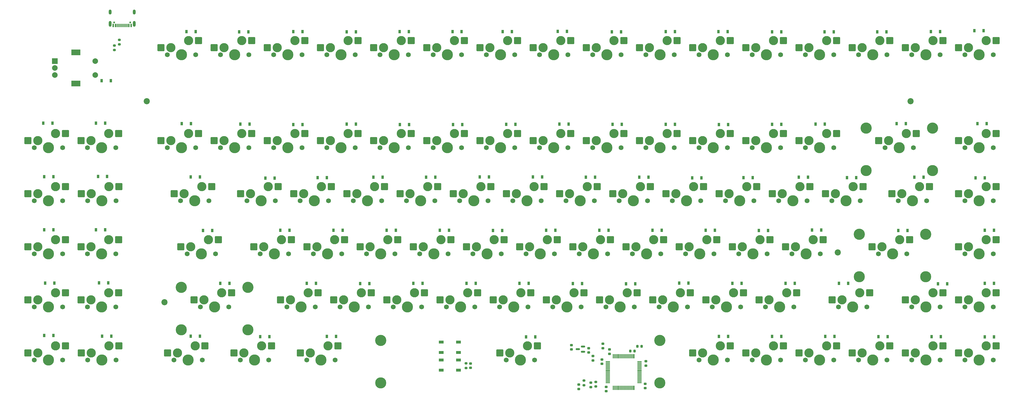
<source format=gbr>
%TF.GenerationSoftware,KiCad,Pcbnew,(6.0.11)*%
%TF.CreationDate,2023-03-27T15:54:23+07:00*%
%TF.ProjectId,Extero75,45787465-726f-4373-952e-6b696361645f,rev?*%
%TF.SameCoordinates,PX28c3da5PYc3ffc7f*%
%TF.FileFunction,Soldermask,Bot*%
%TF.FilePolarity,Negative*%
%FSLAX46Y46*%
G04 Gerber Fmt 4.6, Leading zero omitted, Abs format (unit mm)*
G04 Created by KiCad (PCBNEW (6.0.11)) date 2023-03-27 15:54:23*
%MOMM*%
%LPD*%
G01*
G04 APERTURE LIST*
G04 Aperture macros list*
%AMRoundRect*
0 Rectangle with rounded corners*
0 $1 Rounding radius*
0 $2 $3 $4 $5 $6 $7 $8 $9 X,Y pos of 4 corners*
0 Add a 4 corners polygon primitive as box body*
4,1,4,$2,$3,$4,$5,$6,$7,$8,$9,$2,$3,0*
0 Add four circle primitives for the rounded corners*
1,1,$1+$1,$2,$3*
1,1,$1+$1,$4,$5*
1,1,$1+$1,$6,$7*
1,1,$1+$1,$8,$9*
0 Add four rect primitives between the rounded corners*
20,1,$1+$1,$2,$3,$4,$5,0*
20,1,$1+$1,$4,$5,$6,$7,0*
20,1,$1+$1,$6,$7,$8,$9,0*
20,1,$1+$1,$8,$9,$2,$3,0*%
G04 Aperture macros list end*
%ADD10C,4.000000*%
%ADD11C,3.987800*%
%ADD12C,2.200000*%
%ADD13R,2.000000X2.000000*%
%ADD14C,2.000000*%
%ADD15R,3.200000X2.000000*%
%ADD16C,1.750000*%
%ADD17C,3.300000*%
%ADD18RoundRect,0.250000X1.025000X1.000000X-1.025000X1.000000X-1.025000X-1.000000X1.025000X-1.000000X0*%
%ADD19R,0.900000X1.200000*%
%ADD20RoundRect,0.225000X-0.250000X0.225000X-0.250000X-0.225000X0.250000X-0.225000X0.250000X0.225000X0*%
%ADD21RoundRect,0.225000X0.250000X-0.225000X0.250000X0.225000X-0.250000X0.225000X-0.250000X-0.225000X0*%
%ADD22RoundRect,0.200000X-0.275000X0.200000X-0.275000X-0.200000X0.275000X-0.200000X0.275000X0.200000X0*%
%ADD23C,0.650000*%
%ADD24R,0.600000X1.150000*%
%ADD25R,0.300000X1.150000*%
%ADD26O,1.000000X1.800000*%
%ADD27O,1.000000X2.100000*%
%ADD28RoundRect,0.225000X0.225000X0.250000X-0.225000X0.250000X-0.225000X-0.250000X0.225000X-0.250000X0*%
%ADD29R,1.800000X1.100000*%
%ADD30RoundRect,0.150000X0.587500X0.150000X-0.587500X0.150000X-0.587500X-0.150000X0.587500X-0.150000X0*%
%ADD31RoundRect,0.075000X-0.075000X0.700000X-0.075000X-0.700000X0.075000X-0.700000X0.075000X0.700000X0*%
%ADD32RoundRect,0.075000X-0.700000X0.075000X-0.700000X-0.075000X0.700000X-0.075000X0.700000X0.075000X0*%
%ADD33RoundRect,0.200000X0.275000X-0.200000X0.275000X0.200000X-0.275000X0.200000X-0.275000X-0.200000X0*%
G04 APERTURE END LIST*
D10*
%TO.C,BackspaceStab1*%
X325680997Y100659999D03*
D11*
X325680997Y85419999D03*
D10*
X301868497Y100659999D03*
D11*
X301868497Y85419999D03*
%TD*%
D12*
%TO.C,H3*%
X50514747Y38159999D03*
%TD*%
%TO.C,H2*%
X44224747Y110339999D03*
%TD*%
D13*
%TO.C,SW3*%
X11249747Y124749999D03*
D14*
X11249747Y119749999D03*
X11249747Y122249999D03*
D15*
X18749747Y127849999D03*
X18749747Y116649999D03*
D14*
X25749747Y119749999D03*
X25749747Y124749999D03*
%TD*%
D10*
%TO.C,SpacebarStab1*%
X228030997Y24459999D03*
X128018497Y24459999D03*
D11*
X228030997Y9219999D03*
X128018497Y9219999D03*
%TD*%
D10*
%TO.C,ShiftStab1*%
X56580997Y43509999D03*
X80393497Y43509999D03*
D11*
X80393497Y28269999D03*
X56580997Y28269999D03*
%TD*%
D10*
%TO.C,EnterStab1*%
X323280997Y62559999D03*
X299468497Y62559999D03*
D11*
X299468497Y47319999D03*
X323280997Y47319999D03*
%TD*%
D12*
%TO.C,H4*%
X291764747Y56059999D03*
%TD*%
%TO.C,H1*%
X317804747Y110339999D03*
%TD*%
D11*
%TO.C,Num3*%
X113749747Y93674999D03*
D16*
X118829747Y93674999D03*
X108669747Y93674999D03*
D17*
X109939747Y96214999D03*
D18*
X106389747Y96214999D03*
D17*
X116289747Y98754999D03*
D18*
X119839747Y98754999D03*
%TD*%
D16*
%TO.C,FNKEY1*%
X271229747Y17474999D03*
X261069747Y17474999D03*
D11*
X266149747Y17474999D03*
D18*
X258789747Y20014999D03*
D17*
X262339747Y20014999D03*
D18*
X272239747Y22554999D03*
D17*
X268689747Y22554999D03*
%TD*%
D16*
%TO.C,F2*%
X89619747Y127012499D03*
D11*
X94699747Y127012499D03*
D16*
X99779747Y127012499D03*
D17*
X90889747Y129552499D03*
D18*
X87339747Y129552499D03*
D17*
X97239747Y132092499D03*
D18*
X100789747Y132092499D03*
%TD*%
D16*
%TO.C,F5*%
X146769747Y127012499D03*
X156929747Y127012499D03*
D11*
X151849747Y127012499D03*
D17*
X148039747Y129552499D03*
D18*
X144489747Y129552499D03*
X157939747Y132092499D03*
D17*
X154389747Y132092499D03*
%TD*%
D11*
%TO.C,G1*%
X166137247Y55574999D03*
D16*
X161057247Y55574999D03*
X171217247Y55574999D03*
D17*
X162327247Y58114999D03*
D18*
X158777247Y58114999D03*
X172227247Y60654999D03*
D17*
X168677247Y60654999D03*
%TD*%
D19*
%TO.C,D7*%
X25999747Y102424999D03*
X29299747Y102424999D03*
%TD*%
D16*
%TO.C,EXTRA6*%
X22944747Y93674999D03*
D11*
X28024747Y93674999D03*
D16*
X33104747Y93674999D03*
D17*
X24214747Y96214999D03*
D18*
X20664747Y96214999D03*
D17*
X30564747Y98754999D03*
D18*
X34114747Y98754999D03*
%TD*%
D19*
%TO.C,D93*%
X344449747Y44974999D03*
X347749747Y44974999D03*
%TD*%
D11*
%TO.C,L1*%
X242337247Y55574999D03*
D16*
X237257247Y55574999D03*
X247417247Y55574999D03*
D17*
X238527247Y58114999D03*
D18*
X234977247Y58114999D03*
X248427247Y60654999D03*
D17*
X244877247Y60654999D03*
%TD*%
D19*
%TO.C,D61*%
X230099747Y102024999D03*
X233399747Y102024999D03*
%TD*%
%TO.C,D5*%
X7399747Y26224999D03*
X10699747Y26224999D03*
%TD*%
D11*
%TO.C,Num7*%
X189949747Y93674999D03*
D16*
X195029747Y93674999D03*
X184869747Y93674999D03*
D17*
X186139747Y96214999D03*
D18*
X182589747Y96214999D03*
D17*
X192489747Y98754999D03*
D18*
X196039747Y98754999D03*
%TD*%
D16*
%TO.C,MinusSign1*%
X261069747Y93674999D03*
X271229747Y93674999D03*
D11*
X266149747Y93674999D03*
D17*
X262339747Y96214999D03*
D18*
X258789747Y96214999D03*
D17*
X268689747Y98754999D03*
D18*
X272239747Y98754999D03*
%TD*%
D20*
%TO.C,C13*%
X204074747Y18854999D03*
X204074747Y17304999D03*
%TD*%
D19*
%TO.C,D55*%
X210799747Y135224999D03*
X214099747Y135224999D03*
%TD*%
D16*
%TO.C,EXTRA8*%
X22944747Y55574999D03*
D11*
X28024747Y55574999D03*
D16*
X33104747Y55574999D03*
D18*
X20664747Y58114999D03*
D17*
X24214747Y58114999D03*
D18*
X34114747Y60654999D03*
D17*
X30564747Y60654999D03*
%TD*%
D20*
%TO.C,C14*%
X209974747Y21234999D03*
X209974747Y19684999D03*
%TD*%
D16*
%TO.C,K1*%
X228367247Y55574999D03*
X218207247Y55574999D03*
D11*
X223287247Y55574999D03*
D17*
X219477247Y58114999D03*
D18*
X215927247Y58114999D03*
X229377247Y60654999D03*
D17*
X225827247Y60654999D03*
%TD*%
D21*
%TO.C,C4*%
X222994747Y15444999D03*
X222994747Y16994999D03*
%TD*%
D16*
%TO.C,EXTRA9*%
X22944747Y36524999D03*
X33104747Y36524999D03*
D11*
X28024747Y36524999D03*
D18*
X20664747Y39064999D03*
D17*
X24214747Y39064999D03*
D18*
X34114747Y41604999D03*
D17*
X30564747Y41604999D03*
%TD*%
D16*
%TO.C,I1*%
X213444747Y74624999D03*
X223604747Y74624999D03*
D11*
X218524747Y74624999D03*
D17*
X214714747Y77164999D03*
D18*
X211164747Y77164999D03*
D17*
X221064747Y79704999D03*
D18*
X224614747Y79704999D03*
%TD*%
D19*
%TO.C,D56*%
X211099747Y102024999D03*
X214399747Y102024999D03*
%TD*%
%TO.C,D36*%
X139649747Y44924999D03*
X142949747Y44924999D03*
%TD*%
D11*
%TO.C,WINDOWSKEY1*%
X82774747Y17474999D03*
D16*
X87854747Y17474999D03*
X77694747Y17474999D03*
D17*
X78964747Y20014999D03*
D18*
X75414747Y20014999D03*
D17*
X85314747Y22554999D03*
D18*
X88864747Y22554999D03*
%TD*%
D20*
%TO.C,C11*%
X203274747Y9294999D03*
X203274747Y7744999D03*
%TD*%
D19*
%TO.C,D9*%
X25999747Y64224999D03*
X29299747Y64224999D03*
%TD*%
%TO.C,D64*%
X244399747Y63974999D03*
X247699747Y63974999D03*
%TD*%
%TO.C,D15*%
X59899747Y83124999D03*
X63199747Y83124999D03*
%TD*%
D11*
%TO.C,Num8*%
X208999747Y93674999D03*
D16*
X214079747Y93674999D03*
X203919747Y93674999D03*
D17*
X205189747Y96214999D03*
D18*
X201639747Y96214999D03*
D17*
X211539747Y98754999D03*
D18*
X215089747Y98754999D03*
%TD*%
D16*
%TO.C,E1*%
X118194747Y74624999D03*
X128354747Y74624999D03*
D11*
X123274747Y74624999D03*
D17*
X119464747Y77164999D03*
D18*
X115914747Y77164999D03*
D17*
X125814747Y79704999D03*
D18*
X129364747Y79704999D03*
%TD*%
D16*
%TO.C,Num2*%
X99779747Y93674999D03*
D11*
X94699747Y93674999D03*
D16*
X89619747Y93674999D03*
D18*
X87339747Y96214999D03*
D17*
X90889747Y96214999D03*
D18*
X100789747Y98754999D03*
D17*
X97239747Y98754999D03*
%TD*%
D19*
%TO.C,D30*%
X115799747Y102124999D03*
X119099747Y102124999D03*
%TD*%
D22*
%TO.C,R5*%
X34349747Y132349999D03*
X34349747Y130699999D03*
%TD*%
D19*
%TO.C,D39*%
X153699747Y135324999D03*
X156999747Y135324999D03*
%TD*%
D11*
%TO.C,Q1*%
X85174747Y74624999D03*
D16*
X90254747Y74624999D03*
X80094747Y74624999D03*
D18*
X77814747Y77164999D03*
D17*
X81364747Y77164999D03*
X87714747Y79704999D03*
D18*
X91264747Y79704999D03*
%TD*%
D21*
%TO.C,C1*%
X160184747Y14654999D03*
X160184747Y16204999D03*
%TD*%
D16*
%TO.C,Jkey1*%
X209317247Y55574999D03*
D11*
X204237247Y55574999D03*
D16*
X199157247Y55574999D03*
D17*
X200427247Y58114999D03*
D18*
X196877247Y58114999D03*
X210327247Y60654999D03*
D17*
X206777247Y60654999D03*
%TD*%
D16*
%TO.C,EXTRA5*%
X14054747Y17474999D03*
D11*
X8974747Y17474999D03*
D16*
X3894747Y17474999D03*
D18*
X1614747Y20014999D03*
D17*
X5164747Y20014999D03*
D18*
X15064747Y22554999D03*
D17*
X11514747Y22554999D03*
%TD*%
D19*
%TO.C,D12*%
X58399747Y135324999D03*
X61699747Y135324999D03*
%TD*%
%TO.C,D10*%
X27099747Y45124999D03*
X30399747Y45124999D03*
%TD*%
D16*
%TO.C,U2*%
X194394747Y74624999D03*
X204554747Y74624999D03*
D11*
X199474747Y74624999D03*
D17*
X195664747Y77164999D03*
D18*
X192114747Y77164999D03*
X205564747Y79704999D03*
D17*
X202014747Y79704999D03*
%TD*%
D19*
%TO.C,D33*%
X130149747Y63974999D03*
X133449747Y63974999D03*
%TD*%
D23*
%TO.C,J1*%
X32484747Y138614999D03*
X38264747Y138614999D03*
D24*
X32174747Y137539999D03*
X32974747Y137539999D03*
D25*
X34124747Y137539999D03*
X35124747Y137539999D03*
X35624747Y137539999D03*
X36624747Y137539999D03*
D24*
X37774747Y137539999D03*
X38574747Y137539999D03*
X38574747Y137539999D03*
X37774747Y137539999D03*
D25*
X37124747Y137539999D03*
X36124747Y137539999D03*
X34624747Y137539999D03*
X33624747Y137539999D03*
D24*
X32974747Y137539999D03*
X32174747Y137539999D03*
D26*
X39694747Y142294999D03*
D27*
X39694747Y138114999D03*
X31054747Y138114999D03*
D26*
X31054747Y142294999D03*
%TD*%
D16*
%TO.C,T1*%
X166454747Y74624999D03*
D11*
X161374747Y74624999D03*
D16*
X156294747Y74624999D03*
D18*
X154014747Y77164999D03*
D17*
X157564747Y77164999D03*
X163914747Y79704999D03*
D18*
X167464747Y79704999D03*
%TD*%
D19*
%TO.C,D35*%
X134899747Y101924999D03*
X138199747Y101924999D03*
%TD*%
D16*
%TO.C,ESC1*%
X61679747Y127012499D03*
X51519747Y127012499D03*
D11*
X56599747Y127012499D03*
D17*
X52789747Y129552499D03*
D18*
X49239747Y129552499D03*
D17*
X59139747Y132092499D03*
D18*
X62689747Y132092499D03*
%TD*%
D11*
%TO.C,F4*%
X132799747Y127012499D03*
D16*
X137879747Y127012499D03*
X127719747Y127012499D03*
D17*
X128989747Y129552499D03*
D18*
X125439747Y129552499D03*
D17*
X135339747Y132092499D03*
D18*
X138889747Y132092499D03*
%TD*%
D19*
%TO.C,D41*%
X158699747Y44924999D03*
X161999747Y44924999D03*
%TD*%
D20*
%TO.C,C2*%
X207584747Y23264999D03*
X207584747Y21714999D03*
%TD*%
D19*
%TO.C,D34*%
X134799747Y135324999D03*
X138099747Y135324999D03*
%TD*%
D16*
%TO.C,EXTRA3*%
X3894747Y55574999D03*
X14054747Y55574999D03*
D11*
X8974747Y55574999D03*
D17*
X5164747Y58114999D03*
D18*
X1614747Y58114999D03*
D17*
X11514747Y60654999D03*
D18*
X15064747Y60654999D03*
%TD*%
D16*
%TO.C,PRTSC1*%
X318219747Y127012499D03*
X328379747Y127012499D03*
D11*
X323299747Y127012499D03*
D17*
X319489747Y129552499D03*
D18*
X315939747Y129552499D03*
D17*
X325839747Y132092499D03*
D18*
X329389747Y132092499D03*
%TD*%
D11*
%TO.C,F6*%
X170899747Y127012499D03*
D16*
X165819747Y127012499D03*
X175979747Y127012499D03*
D17*
X167089747Y129552499D03*
D18*
X163539747Y129552499D03*
X176989747Y132092499D03*
D17*
X173439747Y132092499D03*
%TD*%
D16*
%TO.C,Num1*%
X80729747Y93674999D03*
D11*
X75649747Y93674999D03*
D16*
X70569747Y93674999D03*
D18*
X68289747Y96214999D03*
D17*
X71839747Y96214999D03*
X78189747Y98754999D03*
D18*
X81739747Y98754999D03*
%TD*%
D16*
%TO.C,F8*%
X214079747Y127012499D03*
X203919747Y127012499D03*
D11*
X208999747Y127012499D03*
D18*
X201639747Y129552499D03*
D17*
X205189747Y129552499D03*
D18*
X215089747Y132092499D03*
D17*
X211539747Y132092499D03*
%TD*%
D16*
%TO.C,RIGHTALT1*%
X242019747Y17474999D03*
X252179747Y17474999D03*
D11*
X247099747Y17474999D03*
D18*
X239739747Y20014999D03*
D17*
X243289747Y20014999D03*
X249639747Y22554999D03*
D18*
X253189747Y22554999D03*
%TD*%
D19*
%TO.C,D79*%
X287299747Y25874999D03*
X290599747Y25874999D03*
%TD*%
D11*
%TO.C,EqualSign1*%
X285199747Y93674999D03*
D16*
X280119747Y93674999D03*
X290279747Y93674999D03*
D17*
X281389747Y96214999D03*
D18*
X277839747Y96214999D03*
D17*
X287739747Y98754999D03*
D18*
X291289747Y98754999D03*
%TD*%
D21*
%TO.C,C9*%
X222784747Y7364999D03*
X222784747Y8914999D03*
%TD*%
D22*
%TO.C,R6*%
X200824747Y10054999D03*
X200824747Y8404999D03*
%TD*%
D19*
%TO.C,D90*%
X341799747Y102324999D03*
X345099747Y102324999D03*
%TD*%
D11*
%TO.C,M1*%
X213762247Y36524999D03*
D16*
X208682247Y36524999D03*
X218842247Y36524999D03*
D17*
X209952247Y39064999D03*
D18*
X206402247Y39064999D03*
D17*
X216302247Y41604999D03*
D18*
X219852247Y41604999D03*
%TD*%
D19*
%TO.C,D48*%
X182499747Y83124999D03*
X185799747Y83124999D03*
%TD*%
%TO.C,D63*%
X239599747Y82824999D03*
X242899747Y82824999D03*
%TD*%
%TO.C,D25*%
X101499747Y44924999D03*
X104799747Y44924999D03*
%TD*%
%TO.C,D53*%
X201499747Y83024999D03*
X204799747Y83024999D03*
%TD*%
%TO.C,D14*%
X59899747Y26024999D03*
X63199747Y26024999D03*
%TD*%
D11*
%TO.C,Dkey1*%
X128037247Y55574999D03*
D16*
X122957247Y55574999D03*
X133117247Y55574999D03*
D17*
X124227247Y58114999D03*
D18*
X120677247Y58114999D03*
X134127247Y60654999D03*
D17*
X130577247Y60654999D03*
%TD*%
D19*
%TO.C,D50*%
X191399747Y135424999D03*
X194699747Y135424999D03*
%TD*%
%TO.C,D47*%
X180099747Y25774999D03*
X183399747Y25774999D03*
%TD*%
%TO.C,D6*%
X31299747Y117724999D03*
X27999747Y117724999D03*
%TD*%
D16*
%TO.C,F7*%
X195029747Y127012499D03*
X184869747Y127012499D03*
D11*
X189949747Y127012499D03*
D18*
X182589747Y129552499D03*
D17*
X186139747Y129552499D03*
X192489747Y132092499D03*
D18*
X196039747Y132092499D03*
%TD*%
D19*
%TO.C,D45*%
X172999747Y102024999D03*
X176299747Y102024999D03*
%TD*%
D11*
%TO.C,A1*%
X89937247Y55574999D03*
D16*
X95017247Y55574999D03*
X84857247Y55574999D03*
D17*
X86127247Y58114999D03*
D18*
X82577247Y58114999D03*
D17*
X92477247Y60654999D03*
D18*
X96027247Y60654999D03*
%TD*%
D16*
%TO.C,O1*%
X232494747Y74624999D03*
X242654747Y74624999D03*
D11*
X237574747Y74624999D03*
D17*
X233764747Y77164999D03*
D18*
X230214747Y77164999D03*
X243664747Y79704999D03*
D17*
X240114747Y79704999D03*
%TD*%
D16*
%TO.C,LEFTCTRL1*%
X64042247Y17474999D03*
X53882247Y17474999D03*
D11*
X58962247Y17474999D03*
D18*
X51602247Y20014999D03*
D17*
X55152247Y20014999D03*
D18*
X65052247Y22554999D03*
D17*
X61502247Y22554999D03*
%TD*%
D19*
%TO.C,D28*%
X111049747Y64024999D03*
X114349747Y64024999D03*
%TD*%
D21*
%TO.C,C5*%
X196334747Y21274999D03*
X196334747Y22824999D03*
%TD*%
D19*
%TO.C,D26*%
X105399747Y82924999D03*
X108699747Y82924999D03*
%TD*%
%TO.C,D42*%
X163499747Y83124999D03*
X166799747Y83124999D03*
%TD*%
%TO.C,D62*%
X234899747Y45024999D03*
X238199747Y45024999D03*
%TD*%
D16*
%TO.C,SPACEBAR1*%
X183104747Y17474999D03*
X172944747Y17474999D03*
D11*
X178024747Y17474999D03*
D18*
X170664747Y20014999D03*
D17*
X174214747Y20014999D03*
X180564747Y22554999D03*
D18*
X184114747Y22554999D03*
%TD*%
D19*
%TO.C,D94*%
X340699747Y135624999D03*
X343999747Y135624999D03*
%TD*%
%TO.C,D83*%
X306349747Y25824999D03*
X309649747Y25824999D03*
%TD*%
D11*
%TO.C,P1*%
X256624747Y74624999D03*
D16*
X261704747Y74624999D03*
X251544747Y74624999D03*
D17*
X252814747Y77164999D03*
D18*
X249264747Y77164999D03*
X262714747Y79704999D03*
D17*
X259164747Y79704999D03*
%TD*%
D16*
%TO.C,Quote1*%
X275357247Y55574999D03*
X285517247Y55574999D03*
D11*
X280437247Y55574999D03*
D17*
X276627247Y58114999D03*
D18*
X273077247Y58114999D03*
D17*
X282977247Y60654999D03*
D18*
X286527247Y60654999D03*
%TD*%
D16*
%TO.C,Fkey1*%
X142007247Y55574999D03*
D11*
X147087247Y55574999D03*
D16*
X152167247Y55574999D03*
D18*
X139727247Y58114999D03*
D17*
X143277247Y58114999D03*
D18*
X153177247Y60654999D03*
D17*
X149627247Y60654999D03*
%TD*%
D11*
%TO.C,RIGHTCONTROL1*%
X285199747Y17474999D03*
D16*
X290279747Y17474999D03*
X280119747Y17474999D03*
D17*
X281389747Y20014999D03*
D18*
X277839747Y20014999D03*
D17*
X287739747Y22554999D03*
D18*
X291289747Y22554999D03*
%TD*%
D11*
%TO.C,F10*%
X247099747Y127012499D03*
D16*
X242019747Y127012499D03*
X252179747Y127012499D03*
D17*
X243289747Y129552499D03*
D18*
X239739747Y129552499D03*
D17*
X249639747Y132092499D03*
D18*
X253189747Y132092499D03*
%TD*%
D16*
%TO.C,Ckey1*%
X142642247Y36524999D03*
D11*
X137562247Y36524999D03*
D16*
X132482247Y36524999D03*
D17*
X133752247Y39064999D03*
D18*
X130202247Y39064999D03*
X143652247Y41604999D03*
D17*
X140102247Y41604999D03*
%TD*%
D16*
%TO.C,Ins1*%
X309329747Y127012499D03*
X299169747Y127012499D03*
D11*
X304249747Y127012499D03*
D17*
X300439747Y129552499D03*
D18*
X296889747Y129552499D03*
X310339747Y132092499D03*
D17*
X306789747Y132092499D03*
%TD*%
D19*
%TO.C,D92*%
X344399747Y64024999D03*
X347699747Y64024999D03*
%TD*%
%TO.C,D11*%
X28199747Y26024999D03*
X31499747Y26024999D03*
%TD*%
D16*
%TO.C,N1*%
X199792247Y36524999D03*
X189632247Y36524999D03*
D11*
X194712247Y36524999D03*
D17*
X190902247Y39064999D03*
D18*
X187352247Y39064999D03*
X200802247Y41604999D03*
D17*
X197252247Y41604999D03*
%TD*%
D16*
%TO.C,EXTRA2*%
X3894747Y74624999D03*
X14054747Y74624999D03*
D11*
X8974747Y74624999D03*
D17*
X5164747Y77164999D03*
D18*
X1614747Y77164999D03*
X15064747Y79704999D03*
D17*
X11514747Y79704999D03*
%TD*%
D19*
%TO.C,D22*%
X92049747Y63974999D03*
X95349747Y63974999D03*
%TD*%
D20*
%TO.C,C10*%
X198984747Y8624999D03*
X198984747Y7074999D03*
%TD*%
D16*
%TO.C,EXTRA4*%
X3894747Y36524999D03*
D11*
X8974747Y36524999D03*
D16*
X14054747Y36524999D03*
D18*
X1614747Y39064999D03*
D17*
X5164747Y39064999D03*
D18*
X15064747Y41604999D03*
D17*
X11514747Y41604999D03*
%TD*%
D11*
%TO.C,LEFTALT1*%
X106587247Y17474999D03*
D16*
X111667247Y17474999D03*
X101507247Y17474999D03*
D17*
X102777247Y20014999D03*
D18*
X99227247Y20014999D03*
X112677247Y22554999D03*
D17*
X109127247Y22554999D03*
%TD*%
D19*
%TO.C,D19*%
X77699747Y102124999D03*
X80999747Y102124999D03*
%TD*%
%TO.C,D54*%
X206299747Y63974999D03*
X209599747Y63974999D03*
%TD*%
%TO.C,D91*%
X341099747Y82824999D03*
X344399747Y82824999D03*
%TD*%
D16*
%TO.C,LEFTARROW1*%
X309329747Y17474999D03*
D11*
X304249747Y17474999D03*
D16*
X299169747Y17474999D03*
D17*
X300439747Y20014999D03*
D18*
X296889747Y20014999D03*
X310339747Y22554999D03*
D17*
X306789747Y22554999D03*
%TD*%
D11*
%TO.C,CloseBracket1*%
X294724747Y74624999D03*
D16*
X289644747Y74624999D03*
X299804747Y74624999D03*
D18*
X287364747Y77164999D03*
D17*
X290914747Y77164999D03*
X297264747Y79704999D03*
D18*
X300814747Y79704999D03*
%TD*%
D11*
%TO.C,Num9*%
X228049747Y93674999D03*
D16*
X233129747Y93674999D03*
X222969747Y93674999D03*
D17*
X224239747Y96214999D03*
D18*
X220689747Y96214999D03*
X234139747Y98754999D03*
D17*
X230589747Y98754999D03*
%TD*%
D16*
%TO.C,F9*%
X233129747Y127012499D03*
D11*
X228049747Y127012499D03*
D16*
X222969747Y127012499D03*
D17*
X224239747Y129552499D03*
D18*
X220689747Y129552499D03*
X234139747Y132092499D03*
D17*
X230589747Y132092499D03*
%TD*%
D19*
%TO.C,D71*%
X268199747Y135224999D03*
X271499747Y135224999D03*
%TD*%
D16*
%TO.C,X1*%
X113432247Y36524999D03*
X123592247Y36524999D03*
D11*
X118512247Y36524999D03*
D18*
X111152247Y39064999D03*
D17*
X114702247Y39064999D03*
D18*
X124602247Y41604999D03*
D17*
X121052247Y41604999D03*
%TD*%
D11*
%TO.C,Num6*%
X170899747Y93674999D03*
D16*
X175979747Y93674999D03*
X165819747Y93674999D03*
D17*
X167089747Y96214999D03*
D18*
X163539747Y96214999D03*
X176989747Y98754999D03*
D17*
X173439747Y98754999D03*
%TD*%
D11*
%TO.C,Num5*%
X151849747Y93674999D03*
D16*
X146769747Y93674999D03*
X156929747Y93674999D03*
D17*
X148039747Y96214999D03*
D18*
X144489747Y96214999D03*
X157939747Y98754999D03*
D17*
X154389747Y98754999D03*
%TD*%
D19*
%TO.C,D76*%
X282549747Y64074999D03*
X285849747Y64074999D03*
%TD*%
D11*
%TO.C,Slash1*%
X318537247Y74624999D03*
D16*
X313457247Y74624999D03*
X323617247Y74624999D03*
D17*
X314727247Y77164999D03*
D18*
X311177247Y77164999D03*
D17*
X321077247Y79704999D03*
D18*
X324627247Y79704999D03*
%TD*%
D19*
%TO.C,D72*%
X268199747Y102024999D03*
X271499747Y102024999D03*
%TD*%
%TO.C,D73*%
X268249747Y25874999D03*
X271549747Y25874999D03*
%TD*%
D20*
%TO.C,C6*%
X207214747Y17644999D03*
X207214747Y16094999D03*
%TD*%
D16*
%TO.C,Num0*%
X252179747Y93674999D03*
D11*
X247099747Y93674999D03*
D16*
X242019747Y93674999D03*
D17*
X243289747Y96214999D03*
D18*
X239739747Y96214999D03*
D17*
X249639747Y98754999D03*
D18*
X253189747Y98754999D03*
%TD*%
D16*
%TO.C,B1*%
X180742247Y36524999D03*
X170582247Y36524999D03*
D11*
X175662247Y36524999D03*
D17*
X171852247Y39064999D03*
D18*
X168302247Y39064999D03*
X181752247Y41604999D03*
D17*
X178202247Y41604999D03*
%TD*%
D19*
%TO.C,D13*%
X56699747Y102324999D03*
X59999747Y102324999D03*
%TD*%
%TO.C,D16*%
X64299747Y63924999D03*
X67599747Y63924999D03*
%TD*%
%TO.C,D31*%
X120599747Y44874999D03*
X123899747Y44874999D03*
%TD*%
%TO.C,D21*%
X86699747Y82724999D03*
X89999747Y82724999D03*
%TD*%
%TO.C,D95*%
X344449747Y25724999D03*
X347749747Y25724999D03*
%TD*%
D16*
%TO.C,Z1*%
X104542247Y36524999D03*
X94382247Y36524999D03*
D11*
X99462247Y36524999D03*
D17*
X95652247Y39064999D03*
D18*
X92102247Y39064999D03*
D17*
X102002247Y41604999D03*
D18*
X105552247Y41604999D03*
%TD*%
D16*
%TO.C,DOWNARROW1*%
X318219747Y17474999D03*
D11*
X323299747Y17474999D03*
D16*
X328379747Y17474999D03*
D18*
X315939747Y20014999D03*
D17*
X319489747Y20014999D03*
D18*
X329389747Y22554999D03*
D17*
X325839747Y22554999D03*
%TD*%
D11*
%TO.C,PgUp1*%
X342349747Y55574999D03*
D16*
X337269747Y55574999D03*
X347429747Y55574999D03*
D17*
X338539747Y58114999D03*
D18*
X334989747Y58114999D03*
D17*
X344889747Y60654999D03*
D18*
X348439747Y60654999D03*
%TD*%
D11*
%TO.C,Backspace1*%
X313774747Y93674999D03*
D16*
X318854747Y93674999D03*
X308694747Y93674999D03*
D17*
X309964747Y96214999D03*
D18*
X306414747Y96214999D03*
X319864747Y98754999D03*
D17*
X316314747Y98754999D03*
%TD*%
D16*
%TO.C,QuestionMark1*%
X275992247Y36524999D03*
X265832247Y36524999D03*
D11*
X270912247Y36524999D03*
D18*
X263552247Y39064999D03*
D17*
X267102247Y39064999D03*
D18*
X277002247Y41604999D03*
D17*
X273452247Y41604999D03*
%TD*%
D28*
%TO.C,C7*%
X218954747Y20709999D03*
X217404747Y20709999D03*
%TD*%
D19*
%TO.C,D82*%
X305899747Y135224999D03*
X309199747Y135224999D03*
%TD*%
D16*
%TO.C,RIGHTARROW1*%
X337269747Y17474999D03*
D11*
X342349747Y17474999D03*
D16*
X347429747Y17474999D03*
D17*
X338539747Y20014999D03*
D18*
X334989747Y20014999D03*
D17*
X344889747Y22554999D03*
D18*
X348439747Y22554999D03*
%TD*%
D19*
%TO.C,D88*%
X325399747Y25824999D03*
X328699747Y25824999D03*
%TD*%
%TO.C,D66*%
X249199747Y101924999D03*
X252499747Y101924999D03*
%TD*%
%TO.C,D23*%
X96699747Y135324999D03*
X99999747Y135324999D03*
%TD*%
%TO.C,D75*%
X277799747Y83024999D03*
X281099747Y83024999D03*
%TD*%
%TO.C,D77*%
X286999747Y135224999D03*
X290299747Y135224999D03*
%TD*%
D29*
%TO.C,SW2*%
X155849747Y23874999D03*
X149649747Y23874999D03*
X149649747Y20174999D03*
X155849747Y20174999D03*
%TD*%
D19*
%TO.C,D43*%
X168199747Y63924999D03*
X171499747Y63924999D03*
%TD*%
D16*
%TO.C,Tab1*%
X56282247Y74624999D03*
D11*
X61362247Y74624999D03*
D16*
X66442247Y74624999D03*
D18*
X54002247Y77164999D03*
D17*
X57552247Y77164999D03*
D18*
X67452247Y79704999D03*
D17*
X63902247Y79704999D03*
%TD*%
D16*
%TO.C,Semicolon1*%
X266467247Y55574999D03*
X256307247Y55574999D03*
D11*
X261387247Y55574999D03*
D17*
X257577247Y58114999D03*
D18*
X254027247Y58114999D03*
X267477247Y60654999D03*
D17*
X263927247Y60654999D03*
%TD*%
D16*
%TO.C,V1*%
X161692247Y36524999D03*
D11*
X156612247Y36524999D03*
D16*
X151532247Y36524999D03*
D17*
X152802247Y39064999D03*
D18*
X149252247Y39064999D03*
X162702247Y41604999D03*
D17*
X159152247Y41604999D03*
%TD*%
D29*
%TO.C,SW1*%
X155849747Y17474999D03*
X149649747Y17474999D03*
X149649747Y13774999D03*
X155849747Y13774999D03*
%TD*%
D30*
%TO.C,U3*%
X200487247Y22274999D03*
X200487247Y20374999D03*
X198612247Y21324999D03*
%TD*%
D22*
%TO.C,R4*%
X32564747Y130319999D03*
X32564747Y128669999D03*
%TD*%
D16*
%TO.C,End1*%
X347429747Y74624999D03*
X337269747Y74624999D03*
D11*
X342349747Y74624999D03*
D18*
X334989747Y77164999D03*
D17*
X338539747Y77164999D03*
X344889747Y79704999D03*
D18*
X348439747Y79704999D03*
%TD*%
D19*
%TO.C,D89*%
X325099747Y135324999D03*
X328399747Y135324999D03*
%TD*%
D11*
%TO.C,Matilda1*%
X56599747Y93674999D03*
D16*
X51519747Y93674999D03*
X61679747Y93674999D03*
D18*
X49239747Y96214999D03*
D17*
X52789747Y96214999D03*
D18*
X62689747Y98754999D03*
D17*
X59139747Y98754999D03*
%TD*%
D19*
%TO.C,D29*%
X115799747Y135224999D03*
X119099747Y135224999D03*
%TD*%
D16*
%TO.C,PgDn1*%
X337269747Y36524999D03*
D11*
X342349747Y36524999D03*
D16*
X347429747Y36524999D03*
D18*
X334989747Y39064999D03*
D17*
X338539747Y39064999D03*
X344889747Y41604999D03*
D18*
X348439747Y41604999D03*
%TD*%
D19*
%TO.C,D2*%
X7399747Y83224999D03*
X10699747Y83224999D03*
%TD*%
%TO.C,D17*%
X70549747Y44924999D03*
X73849747Y44924999D03*
%TD*%
D11*
%TO.C,ENTER1*%
X311374747Y55574999D03*
D16*
X316454747Y55574999D03*
X306294747Y55574999D03*
D17*
X307564747Y58114999D03*
D18*
X304014747Y58114999D03*
D17*
X313914747Y60654999D03*
D18*
X317464747Y60654999D03*
%TD*%
D19*
%TO.C,D37*%
X144299747Y83024999D03*
X147599747Y83024999D03*
%TD*%
D28*
%TO.C,C12*%
X221509747Y22389999D03*
X219959747Y22389999D03*
%TD*%
D19*
%TO.C,D84*%
X312799747Y102324999D03*
X316099747Y102324999D03*
%TD*%
%TO.C,D80*%
X295024747Y82939999D03*
X298324747Y82939999D03*
%TD*%
D11*
%TO.C,F12*%
X285199747Y127012499D03*
D16*
X280119747Y127012499D03*
X290279747Y127012499D03*
D17*
X281389747Y129552499D03*
D18*
X277839747Y129552499D03*
D17*
X287739747Y132092499D03*
D18*
X291289747Y132092499D03*
%TD*%
D19*
%TO.C,D20*%
X84849747Y25824999D03*
X88149747Y25824999D03*
%TD*%
%TO.C,D32*%
X125399747Y83024999D03*
X128699747Y83024999D03*
%TD*%
%TO.C,D69*%
X257999747Y82924999D03*
X261299747Y82924999D03*
%TD*%
D16*
%TO.C,OpenBracket1*%
X280754747Y74624999D03*
X270594747Y74624999D03*
D11*
X275674747Y74624999D03*
D18*
X268314747Y77164999D03*
D17*
X271864747Y77164999D03*
X278214747Y79704999D03*
D18*
X281764747Y79704999D03*
%TD*%
D22*
%TO.C,R7*%
X205089747Y9609999D03*
X205089747Y7959999D03*
%TD*%
D16*
%TO.C,EXTRA7*%
X33154741Y74624999D03*
D11*
X28074741Y74624999D03*
D16*
X22994741Y74624999D03*
D17*
X24264741Y77164999D03*
D18*
X20714741Y77164999D03*
X34164741Y79704999D03*
D17*
X30614741Y79704999D03*
%TD*%
D19*
%TO.C,D18*%
X77299747Y135224999D03*
X80599747Y135224999D03*
%TD*%
%TO.C,D74*%
X272999747Y44924999D03*
X276299747Y44924999D03*
%TD*%
%TO.C,D57*%
X215849747Y44824999D03*
X219149747Y44824999D03*
%TD*%
%TO.C,D70*%
X263449747Y63924999D03*
X266749747Y63924999D03*
%TD*%
D16*
%TO.C,LEFTSHIFT1*%
X63407247Y36524999D03*
D11*
X68487247Y36524999D03*
D16*
X73567247Y36524999D03*
D17*
X64677247Y39064999D03*
D18*
X61127247Y39064999D03*
X74577247Y41604999D03*
D17*
X71027247Y41604999D03*
%TD*%
D19*
%TO.C,D85*%
X313449747Y63924999D03*
X316749747Y63924999D03*
%TD*%
D11*
%TO.C,R1*%
X142324747Y74624999D03*
D16*
X137244747Y74624999D03*
X147404747Y74624999D03*
D18*
X134964747Y77164999D03*
D17*
X138514747Y77164999D03*
X144864747Y79704999D03*
D18*
X148414747Y79704999D03*
%TD*%
D19*
%TO.C,D1*%
X7099747Y102424999D03*
X10399747Y102424999D03*
%TD*%
D16*
%TO.C,Hkey1*%
X190267247Y55574999D03*
X180107247Y55574999D03*
D11*
X185187247Y55574999D03*
D18*
X177827247Y58114999D03*
D17*
X181377247Y58114999D03*
D18*
X191277247Y60654999D03*
D17*
X187727247Y60654999D03*
%TD*%
D19*
%TO.C,D78*%
X283799747Y102124999D03*
X287099747Y102124999D03*
%TD*%
D11*
%TO.C,CAPSLOCK1*%
X63724747Y55574999D03*
D16*
X68804747Y55574999D03*
X58644747Y55574999D03*
D18*
X56364747Y58114999D03*
D17*
X59914747Y58114999D03*
X66264747Y60654999D03*
D18*
X69814747Y60654999D03*
%TD*%
D19*
%TO.C,D60*%
X230099747Y135324999D03*
X233399747Y135324999D03*
%TD*%
%TO.C,D3*%
X7399747Y64199999D03*
X10699747Y64199999D03*
%TD*%
%TO.C,D49*%
X187249747Y63974999D03*
X190549747Y63974999D03*
%TD*%
D31*
%TO.C,U1*%
X211299747Y18774999D03*
X211799747Y18774999D03*
X212299747Y18774999D03*
X212799747Y18774999D03*
X213299747Y18774999D03*
X213799747Y18774999D03*
X214299747Y18774999D03*
X214799747Y18774999D03*
X215299747Y18774999D03*
X215799747Y18774999D03*
X216299747Y18774999D03*
X216799747Y18774999D03*
X217299747Y18774999D03*
X217799747Y18774999D03*
X218299747Y18774999D03*
X218799747Y18774999D03*
D32*
X220724747Y16849999D03*
X220724747Y16349999D03*
X220724747Y15849999D03*
X220724747Y15349999D03*
X220724747Y14849999D03*
X220724747Y14349999D03*
X220724747Y13849999D03*
X220724747Y13349999D03*
X220724747Y12849999D03*
X220724747Y12349999D03*
X220724747Y11849999D03*
X220724747Y11349999D03*
X220724747Y10849999D03*
X220724747Y10349999D03*
X220724747Y9849999D03*
X220724747Y9349999D03*
D31*
X218799747Y7424999D03*
X218299747Y7424999D03*
X217799747Y7424999D03*
X217299747Y7424999D03*
X216799747Y7424999D03*
X216299747Y7424999D03*
X215799747Y7424999D03*
X215299747Y7424999D03*
X214799747Y7424999D03*
X214299747Y7424999D03*
X213799747Y7424999D03*
X213299747Y7424999D03*
X212799747Y7424999D03*
X212299747Y7424999D03*
X211799747Y7424999D03*
X211299747Y7424999D03*
D32*
X209374747Y9349999D03*
X209374747Y9849999D03*
X209374747Y10349999D03*
X209374747Y10849999D03*
X209374747Y11349999D03*
X209374747Y11849999D03*
X209374747Y12349999D03*
X209374747Y12849999D03*
X209374747Y13349999D03*
X209374747Y13849999D03*
X209374747Y14349999D03*
X209374747Y14849999D03*
X209374747Y15349999D03*
X209374747Y15849999D03*
X209374747Y16349999D03*
X209374747Y16849999D03*
%TD*%
D21*
%TO.C,C8*%
X202474747Y20174999D03*
X202474747Y21724999D03*
%TD*%
D19*
%TO.C,D44*%
X171699747Y135324999D03*
X174999747Y135324999D03*
%TD*%
D16*
%TO.C,S1*%
X114067247Y55574999D03*
D11*
X108987247Y55574999D03*
D16*
X103907247Y55574999D03*
D17*
X105177247Y58114999D03*
D18*
X101627247Y58114999D03*
D17*
X111527247Y60654999D03*
D18*
X115077247Y60654999D03*
%TD*%
D33*
%TO.C,R3*%
X158549747Y14599999D03*
X158549747Y16249999D03*
%TD*%
D19*
%TO.C,D51*%
X191999747Y102124999D03*
X195299747Y102124999D03*
%TD*%
D16*
%TO.C,Y1*%
X185504747Y74624999D03*
X175344747Y74624999D03*
D11*
X180424747Y74624999D03*
D18*
X173064747Y77164999D03*
D17*
X176614747Y77164999D03*
X182964747Y79704999D03*
D18*
X186514747Y79704999D03*
%TD*%
D19*
%TO.C,D58*%
X220599747Y83024999D03*
X223899747Y83024999D03*
%TD*%
D11*
%TO.C,F3*%
X113749747Y127012499D03*
D16*
X118829747Y127012499D03*
X108669747Y127012499D03*
D17*
X109939747Y129552499D03*
D18*
X106389747Y129552499D03*
D17*
X116289747Y132092499D03*
D18*
X119839747Y132092499D03*
%TD*%
D19*
%TO.C,D38*%
X149149747Y64024999D03*
X152449747Y64024999D03*
%TD*%
%TO.C,D65*%
X248999747Y135324999D03*
X252299747Y135324999D03*
%TD*%
D20*
%TO.C,C3*%
X208774747Y7814999D03*
X208774747Y6264999D03*
%TD*%
D16*
%TO.C,CommaSign1*%
X227732247Y36524999D03*
X237892247Y36524999D03*
D11*
X232812247Y36524999D03*
D18*
X225452247Y39064999D03*
D17*
X229002247Y39064999D03*
D18*
X238902247Y41604999D03*
D17*
X235352247Y41604999D03*
%TD*%
D19*
%TO.C,D67*%
X249199747Y25874999D03*
X252499747Y25874999D03*
%TD*%
%TO.C,D81*%
X292154747Y44939999D03*
X295454747Y44939999D03*
%TD*%
%TO.C,D8*%
X26699747Y83324999D03*
X29999747Y83324999D03*
%TD*%
D11*
%TO.C,W1*%
X104224747Y74624999D03*
D16*
X99144747Y74624999D03*
X109304747Y74624999D03*
D18*
X96864747Y77164999D03*
D17*
X100414747Y77164999D03*
D18*
X110314747Y79704999D03*
D17*
X106764747Y79704999D03*
%TD*%
D19*
%TO.C,D86*%
X319164747Y83049999D03*
X322464747Y83049999D03*
%TD*%
D16*
%TO.C,DELETE1*%
X347429747Y127012499D03*
X337269747Y127012499D03*
D11*
X342349747Y127012499D03*
D17*
X338539747Y129552499D03*
D18*
X334989747Y129552499D03*
D17*
X344889747Y132092499D03*
D18*
X348439747Y132092499D03*
%TD*%
D11*
%TO.C,Num4*%
X132799747Y93674999D03*
D16*
X127719747Y93674999D03*
X137879747Y93674999D03*
D17*
X128989747Y96214999D03*
D18*
X125439747Y96214999D03*
X138889747Y98754999D03*
D17*
X135339747Y98754999D03*
%TD*%
D16*
%TO.C,UPARROW1*%
X318219747Y36524999D03*
D11*
X323299747Y36524999D03*
D16*
X328379747Y36524999D03*
D17*
X319489747Y39064999D03*
D18*
X315939747Y39064999D03*
X329389747Y41604999D03*
D17*
X325839747Y41604999D03*
%TD*%
D19*
%TO.C,D87*%
X327664747Y44829999D03*
X330964747Y44829999D03*
%TD*%
%TO.C,D68*%
X253949747Y44924999D03*
X257249747Y44924999D03*
%TD*%
%TO.C,D4*%
X7799747Y45024999D03*
X11099747Y45024999D03*
%TD*%
D16*
%TO.C,EXTRA10*%
X22994741Y17474999D03*
X33154741Y17474999D03*
D11*
X28074741Y17474999D03*
D17*
X24264741Y20014999D03*
D18*
X20714741Y20014999D03*
D17*
X30614741Y22554999D03*
D18*
X34164741Y22554999D03*
%TD*%
D11*
%TO.C,DotSign1*%
X251862247Y36524999D03*
D16*
X256942247Y36524999D03*
X246782247Y36524999D03*
D18*
X244502247Y39064999D03*
D17*
X248052247Y39064999D03*
D18*
X257952247Y41604999D03*
D17*
X254402247Y41604999D03*
%TD*%
D11*
%TO.C,RIGHTSHIFT1*%
X297087247Y36524999D03*
D16*
X292007247Y36524999D03*
X302167247Y36524999D03*
D18*
X289727247Y39064999D03*
D17*
X293277247Y39064999D03*
D18*
X303177247Y41604999D03*
D17*
X299627247Y41604999D03*
%TD*%
D19*
%TO.C,D40*%
X153899747Y101924999D03*
X157199747Y101924999D03*
%TD*%
%TO.C,D27*%
X108699747Y25874999D03*
X111999747Y25874999D03*
%TD*%
D16*
%TO.C,F1*%
X80729747Y127012499D03*
D11*
X75649747Y127012499D03*
D16*
X70569747Y127012499D03*
D18*
X68289747Y129552499D03*
D17*
X71839747Y129552499D03*
D18*
X81739747Y132092499D03*
D17*
X78189747Y132092499D03*
%TD*%
D19*
%TO.C,D52*%
X196799747Y44874999D03*
X200099747Y44874999D03*
%TD*%
D16*
%TO.C,F11*%
X261069747Y127012499D03*
X271229747Y127012499D03*
D11*
X266149747Y127012499D03*
D18*
X258789747Y129552499D03*
D17*
X262339747Y129552499D03*
X268689747Y132092499D03*
D18*
X272239747Y132092499D03*
%TD*%
D19*
%TO.C,D59*%
X225349747Y63974999D03*
X228649747Y63974999D03*
%TD*%
D16*
%TO.C,Home1*%
X347429747Y93674999D03*
X337269747Y93674999D03*
D11*
X342349747Y93674999D03*
D17*
X338539747Y96214999D03*
D18*
X334989747Y96214999D03*
X348439747Y98754999D03*
D17*
X344889747Y98754999D03*
%TD*%
D19*
%TO.C,D46*%
X177699747Y44974999D03*
X180999747Y44974999D03*
%TD*%
D11*
%TO.C,EXTRA1*%
X8974747Y93674999D03*
D16*
X3894747Y93674999D03*
X14054747Y93674999D03*
D17*
X5164747Y96214999D03*
D18*
X1614747Y96214999D03*
D17*
X11514747Y98754999D03*
D18*
X15064747Y98754999D03*
%TD*%
D19*
%TO.C,D24*%
X96699747Y101924999D03*
X99999747Y101924999D03*
%TD*%
M02*

</source>
